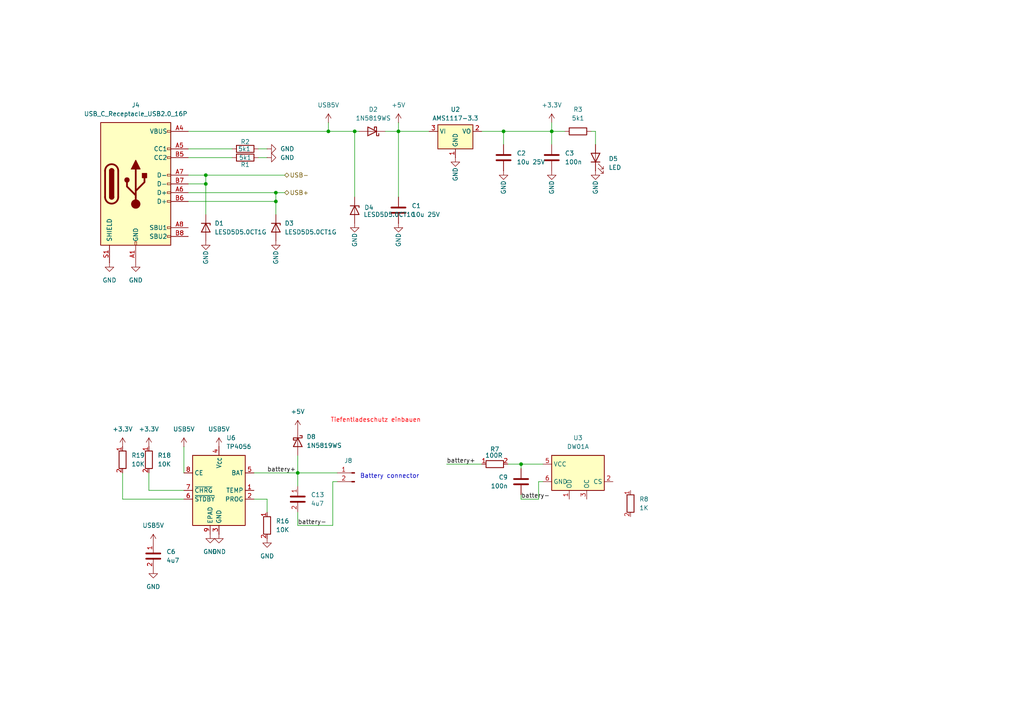
<source format=kicad_sch>
(kicad_sch (version 20250114) (generator "eeschema") (generator_version "9.0")
  (paper "A4")
  (lib_symbols
    (symbol "Battery_Management:DW01A"
      (property "Reference" "U" (at -6.604 6.35 0))
      (property "Value" "DW01A" (at 4.318 6.604 0))
      (symbol "DW01A_0_1"
        (pin power_in line (at -10.16 2.54 0) (length 2.54) (name "VCC") (number "5"))
        (pin power_in line (at -10.16 -2.54 0) (length 2.54) (name "GND") (number "6"))
        (pin output line (at -2.54 -7.62 90) (length 2.54) (name "OD") (number "1"))
        (pin output line (at 2.54 -7.62 90) (length 2.54) (name "OC") (number "3"))
        (pin input line (at 10.16 -2.54 180) (length 2.54) (name "CS") (number "2"))
      )
      (symbol "DW01A_1_1"
        (rectangle (start -7.62 5.08) (end 7.62 -5.08) (stroke (width 0.254)) (fill (type background)))
        (pin no_connect line (at 10.16 2.54 180) (length 2.54) (hide yes) (name "TD") (number "4"))
      )
    )
    (symbol "Battery_Management:TP4056-42-ESOP8"
      (property "Reference" "U" (at -6.604 11.684 0))
      (property "Value" "TP4056-42-ESOP8" (at 10.16 11.684 0))
      (symbol "TP4056-42-ESOP8_1_0"
        (pin input line (at -10.16 5.08 0) (length 2.54) (name "CE") (number "8"))
        (pin open_collector line (at -10.16 0 0) (length 2.54) (name "~{CHRG}") (number "7"))
        (pin open_collector line (at -10.16 -2.54 0) (length 2.54) (name "~{STDBY}") (number "6"))
        (pin passive line (at -2.54 -12.7 90) (length 2.54) (name "EPAD") (number "9"))
        (pin power_in line (at 0 12.7 270) (length 2.54) (name "V_{CC}") (number "4"))
        (pin power_in line (at 0 -12.7 90) (length 2.54) (name "GND") (number "3"))
        (pin power_out line (at 10.16 5.08 180) (length 2.54) (name "BAT") (number "5"))
        (pin input line (at 10.16 0 180) (length 2.54) (name "TEMP") (number "1"))
        (pin passive line (at 10.16 -2.54 180) (length 2.54) (name "PROG") (number "2"))
      )
      (symbol "TP4056-42-ESOP8_1_1"
        (rectangle (start -7.62 10.16) (end 7.62 -10.16) (stroke (width 0.254)) (fill (type background)))
      )
    )
    (symbol "Capacitor_E12_0603:Capacitor_820n"
      (property "Reference" "C" (at 1.016 -2.286 0))
      (property "Value" "820n" (at 1.524 2.032 0))
      (symbol "Capacitor_820n_0_1"
        (polyline (pts (xy -2.032 0.762) (xy 2.032 0.762)) (stroke (width 0.508)))
        (polyline (pts (xy -2.032 -0.762) (xy 2.032 -0.762)) (stroke (width 0.508)))
      )
      (symbol "Capacitor_820n_1_1"
        (pin passive line (at 0 3.81 270) (length 2.794) (name "~") (number "1"))
        (pin passive line (at 0 -3.81 90) (length 2.794) (name "~") (number "2"))
      )
    )
    (symbol "Connector:Conn_01x02_Pin" (pin_names (offset 1.016) (hide yes))
      (property "Reference" "J" (at 0 2.54 0))
      (property "Value" "Conn_01x02_Pin" (at 0 -5.08 0))
      (symbol "Conn_01x02_Pin_1_1"
        (rectangle (start 0.8636 0.127) (end 0 -0.127) (stroke (width 0.1524)) (fill (type outline)))
        (rectangle (start 0.8636 -2.413) (end 0 -2.667) (stroke (width 0.1524)) (fill (type outline)))
        (polyline (pts (xy 1.27 0) (xy 0.8636 0)) (stroke (width 0.1524)))
        (polyline (pts (xy 1.27 -2.54) (xy 0.8636 -2.54)) (stroke (width 0.1524)))
        (pin passive line (at 5.08 0 180) (length 3.81) (name "Pin_1") (number "1"))
        (pin passive line (at 5.08 -2.54 180) (length 3.81) (name "Pin_2") (number "2"))
      )
    )
    (symbol "Connector:USB_C_Receptacle_USB2.0_16P" (pin_names (offset 1.016))
      (property "Reference" "J" (at 0 22.225 0))
      (property "Value" "USB_C_Receptacle_USB2.0_16P" (at 0 19.685 0))
      (symbol "USB_C_Receptacle_USB2.0_16P_0_0"
        (rectangle (start -0.254 -17.78) (end 0.254 -16.764))
        (rectangle (start 10.16 15.494) (end 9.144 14.986))
        (rectangle (start 10.16 10.414) (end 9.144 9.906))
        (rectangle (start 10.16 7.874) (end 9.144 7.366))
        (rectangle (start 10.16 2.794) (end 9.144 2.286))
        (rectangle (start 10.16 0.254) (end 9.144 -0.254))
        (rectangle (start 10.16 -2.286) (end 9.144 -2.794))
        (rectangle (start 10.16 -4.826) (end 9.144 -5.334))
        (rectangle (start 10.16 -12.446) (end 9.144 -12.954))
        (rectangle (start 10.16 -14.986) (end 9.144 -15.494))
      )
      (symbol "USB_C_Receptacle_USB2.0_16P_0_1"
        (rectangle (start -10.16 17.78) (end 10.16 -17.78) (stroke (width 0.254)) (fill (type background)))
        (polyline (pts (xy -8.89 -3.81) (xy -8.89 3.81)) (stroke (width 0.508)))
        (rectangle (start -7.62 -3.81) (end -6.35 3.81) (stroke (width 0.254)) (fill (type outline)))
        (arc (start -7.62 3.81) (mid -6.985 4.4423) (end -6.35 3.81) (stroke (width 0.254)))
        (arc (start -7.62 3.81) (mid -6.985 4.4423) (end -6.35 3.81) (stroke (width 0.254)) (fill (type outline)))
        (arc (start -8.89 3.81) (mid -6.985 5.7067) (end -5.08 3.81) (stroke (width 0.508)))
        (arc (start -5.08 -3.81) (mid -6.985 -5.7067) (end -8.89 -3.81) (stroke (width 0.508)))
        (arc (start -6.35 -3.81) (mid -6.985 -4.4423) (end -7.62 -3.81) (stroke (width 0.254)))
        (arc (start -6.35 -3.81) (mid -6.985 -4.4423) (end -7.62 -3.81) (stroke (width 0.254)) (fill (type outline)))
        (polyline (pts (xy -5.08 3.81) (xy -5.08 -3.81)) (stroke (width 0.508)))
        (circle (center -2.54 1.143) (radius 0.635) (stroke (width 0.254)) (fill (type outline)))
        (polyline (pts (xy -1.27 4.318) (xy 0 6.858) (xy 1.27 4.318) (xy -1.27 4.318)) (stroke (width 0.254)) (fill (type outline)))
        (polyline (pts (xy 0 -2.032) (xy 2.54 0.508) (xy 2.54 1.778)) (stroke (width 0.508)))
        (polyline (pts (xy 0 -3.302) (xy -2.54 -0.762) (xy -2.54 0.508)) (stroke (width 0.508)))
        (polyline (pts (xy 0 -5.842) (xy 0 4.318)) (stroke (width 0.508)))
        (circle (center 0 -5.842) (radius 1.27) (fill (type outline)))
        (rectangle (start 1.905 1.778) (end 3.175 3.048) (stroke (width 0.254)) (fill (type outline)))
      )
      (symbol "USB_C_Receptacle_USB2.0_16P_1_1"
        (pin passive line (at -7.62 -22.86 90) (length 5.08) (name "SHIELD") (number "S1"))
        (pin passive line (at 0 -22.86 90) (length 5.08) (name "GND") (number "A1"))
        (pin passive line (at 0 -22.86 90) (length 5.08) (hide yes) (name "GND") (number "A12"))
        (pin passive line (at 0 -22.86 90) (length 5.08) (hide yes) (name "GND") (number "B1"))
        (pin passive line (at 0 -22.86 90) (length 5.08) (hide yes) (name "GND") (number "B12"))
        (pin passive line (at 15.24 15.24 180) (length 5.08) (name "VBUS") (number "A4"))
        (pin passive line (at 15.24 15.24 180) (length 5.08) (hide yes) (name "VBUS") (number "A9"))
        (pin passive line (at 15.24 15.24 180) (length 5.08) (hide yes) (name "VBUS") (number "B4"))
        (pin passive line (at 15.24 15.24 180) (length 5.08) (hide yes) (name "VBUS") (number "B9"))
        (pin bidirectional line (at 15.24 10.16 180) (length 5.08) (name "CC1") (number "A5"))
        (pin bidirectional line (at 15.24 7.62 180) (length 5.08) (name "CC2") (number "B5"))
        (pin bidirectional line (at 15.24 2.54 180) (length 5.08) (name "D-") (number "A7"))
        (pin bidirectional line (at 15.24 0 180) (length 5.08) (name "D-") (number "B7"))
        (pin bidirectional line (at 15.24 -2.54 180) (length 5.08) (name "D+") (number "A6"))
        (pin bidirectional line (at 15.24 -5.08 180) (length 5.08) (name "D+") (number "B6"))
        (pin bidirectional line (at 15.24 -12.7 180) (length 5.08) (name "SBU1") (number "A8"))
        (pin bidirectional line (at 15.24 -15.24 180) (length 5.08) (name "SBU2") (number "B8"))
      )
    )
    (symbol "Diode:1N5819WS" (pin_numbers (hide yes)) (pin_names (offset 1.016) (hide yes))
      (property "Reference" "D" (at 0 2.54 0))
      (property "Value" "1N5819WS" (at 0 -2.54 0))
      (symbol "1N5819WS_0_1"
        (polyline (pts (xy -1.905 0.635) (xy -1.905 1.27) (xy -1.27 1.27) (xy -1.27 -1.27) (xy -0.635 -1.27) (xy -0.635 -0.635)) (stroke (width 0.254)))
        (polyline (pts (xy 1.27 1.27) (xy 1.27 -1.27) (xy -1.27 0) (xy 1.27 1.27)) (stroke (width 0.254)))
        (polyline (pts (xy 1.27 0) (xy -1.27 0)))
      )
      (symbol "1N5819WS_1_1"
        (pin passive line (at -3.81 0 0) (length 2.54) (name "K") (number "1"))
        (pin passive line (at 3.81 0 180) (length 2.54) (name "A") (number "2"))
      )
    )
    (symbol "Diode:ESD5Zxx" (pin_numbers (hide yes)) (pin_names (hide yes))
      (property "Reference" "D" (at 0 2.54 0))
      (property "Value" "ESD5Zxx" (at 0 -2.54 0))
      (symbol "ESD5Zxx_0_1"
        (polyline (pts (xy -1.27 -1.27) (xy -1.27 1.27) (xy -0.762 1.27)) (stroke (width 0.254)))
        (polyline (pts (xy 1.27 0) (xy -1.27 0)))
        (polyline (pts (xy 1.27 -1.27) (xy 1.27 1.27) (xy -1.27 0) (xy 1.27 -1.27)) (stroke (width 0.254)))
      )
      (symbol "ESD5Zxx_1_1"
        (pin passive line (at -3.81 0 0) (length 2.54) (name "K") (number "1"))
        (pin passive line (at 3.81 0 180) (length 2.54) (name "A") (number "2"))
      )
    )
    (symbol "Regulator_Linear:AMS1117-3.3"
      (property "Reference" "U" (at -3.81 3.175 0))
      (property "Value" "AMS1117-3.3" (at 0 3.175 0))
      (symbol "AMS1117-3.3_0_1"
        (rectangle (start -5.08 -5.08) (end 5.08 1.905) (stroke (width 0.254)) (fill (type background)))
      )
      (symbol "AMS1117-3.3_1_1"
        (pin power_in line (at -7.62 0 0) (length 2.54) (name "VI") (number "3"))
        (pin power_in line (at 0 -7.62 90) (length 2.54) (name "GND") (number "1"))
        (pin power_out line (at 7.62 0 180) (length 2.54) (name "VO") (number "2"))
      )
    )
    (symbol "Resistor_E12_0603:Resistor 100R"
      (property "Reference" "R" (at 1.778 1.524 0))
      (property "Value" "100R" (at 0 0 90))
      (symbol "Resistor 100R_0_1"
        (rectangle (start -1.016 -2.54) (end 1.016 2.54) (stroke (width 0.254)))
      )
      (symbol "Resistor 100R_1_1"
        (pin passive line (at 0 3.81 270) (length 1.27) (name "~") (number "1"))
        (pin passive line (at 0 -3.81 90) (length 1.27) (name "~") (number "2"))
      )
    )
    (symbol "Resistor_E12_0603:Resistor 10K"
      (property "Reference" "R" (at 1.778 1.524 0))
      (property "Value" "10K" (at 0 0 90))
      (symbol "Resistor 10K_0_1"
        (rectangle (start -1.016 -2.54) (end 1.016 2.54) (stroke (width 0.254)))
      )
      (symbol "Resistor 10K_1_1"
        (pin passive line (at 0 3.81 270) (length 1.27) (name "~") (number "1"))
        (pin passive line (at 0 -3.81 90) (length 1.27) (name "~") (number "2"))
      )
    )
    (symbol "Resistor_E12_0603:Resistor 1K"
      (property "Reference" "R" (at 1.778 1.524 0))
      (property "Value" "1K" (at 0 0 90))
      (symbol "Resistor 1K_0_1"
        (rectangle (start -1.016 -2.54) (end 1.016 2.54) (stroke (width 0.254)))
      )
      (symbol "Resistor 1K_1_1"
        (pin passive line (at 0 3.81 270) (length 1.27) (name "~") (number "1"))
        (pin passive line (at 0 -3.81 90) (length 1.27) (name "~") (number "2"))
      )
    )
    (symbol "_PS_LIB:C_0603" (pin_numbers (hide yes)) (pin_names (offset 0.254))
      (property "Reference" "C" (at 0.635 2.54 0))
      (property "Value" "C_0603" (at 0.635 -2.54 0))
      (symbol "C_0603_0_1"
        (polyline (pts (xy -2.032 0.762) (xy 2.032 0.762)) (stroke (width 0.508)))
        (polyline (pts (xy -2.032 -0.762) (xy 2.032 -0.762)) (stroke (width 0.508)))
      )
      (symbol "C_0603_1_1"
        (pin passive line (at 0 3.81 270) (length 2.794) (name "~") (number "1"))
        (pin passive line (at 0 -3.81 90) (length 2.794) (name "~") (number "2"))
      )
    )
    (symbol "_PS_LIB:LED" (pin_numbers (hide yes)) (pin_names (offset 1.016) (hide yes))
      (property "Reference" "D" (at 0 2.54 0))
      (property "Value" "LED" (at 0 -2.54 0))
      (symbol "LED_0_1"
        (polyline (pts (xy -3.048 -0.762) (xy -4.572 -2.286) (xy -3.81 -2.286) (xy -4.572 -2.286) (xy -4.572 -1.524)))
        (polyline (pts (xy -1.778 -0.762) (xy -3.302 -2.286) (xy -2.54 -2.286) (xy -3.302 -2.286) (xy -3.302 -1.524)))
        (polyline (pts (xy -1.27 0) (xy 1.27 0)))
        (polyline (pts (xy -1.27 -1.27) (xy -1.27 1.27)) (stroke (width 0.254)))
        (polyline (pts (xy 1.27 -1.27) (xy 1.27 1.27) (xy -1.27 0) (xy 1.27 -1.27)) (stroke (width 0.254)))
      )
      (symbol "LED_1_1"
        (pin passive line (at -3.81 0 0) (length 2.54) (name "K") (number "1"))
        (pin passive line (at 3.81 0 180) (length 2.54) (name "A") (number "2"))
      )
    )
    (symbol "_PS_LIB:R_0603" (pin_numbers (hide yes)) (pin_names (offset 0))
      (property "Reference" "R" (at 2.032 0 90))
      (property "Value" "R_0603" (at 0 0 90))
      (symbol "R_0603_0_1"
        (rectangle (start -1.016 -2.54) (end 1.016 2.54) (stroke (width 0.254)))
      )
      (symbol "R_0603_1_1"
        (pin passive line (at 0 3.81 270) (length 1.27) (name "~") (number "1"))
        (pin passive line (at 0 -3.81 90) (length 1.27) (name "~") (number "2"))
      )
    )
    (symbol "power:+3.3V" (power) (pin_numbers (hide yes)) (pin_names (offset 0) (hide yes))
      (property "Value" "+3.3V" (at 0 3.556 0))
      (symbol "+3.3V_0_1"
        (polyline (pts (xy -0.762 1.27) (xy 0 2.54)))
        (polyline (pts (xy 0 2.54) (xy 0.762 1.27)))
        (polyline (pts (xy 0 0) (xy 0 2.54)))
      )
      (symbol "+3.3V_1_1"
        (pin power_in line (at 0 0 90) (length 0) (name "~") (number "1"))
      )
    )
    (symbol "power:+5V" (power) (pin_numbers (hide yes)) (pin_names (offset 0) (hide yes))
      (property "Value" "+5V" (at 0 3.556 0))
      (symbol "+5V_0_1"
        (polyline (pts (xy -0.762 1.27) (xy 0 2.54)))
        (polyline (pts (xy 0 2.54) (xy 0.762 1.27)))
        (polyline (pts (xy 0 0) (xy 0 2.54)))
      )
      (symbol "+5V_1_1"
        (pin power_in line (at 0 0 90) (length 0) (name "~") (number "1"))
      )
    )
    (symbol "power:GND" (power) (pin_numbers (hide yes)) (pin_names (offset 0) (hide yes))
      (property "Value" "GND" (at 0 -3.81 0))
      (symbol "GND_0_1"
        (polyline (pts (xy 0 0) (xy 0 -1.27) (xy 1.27 -1.27) (xy 0 -2.54) (xy -1.27 -1.27) (xy 0 -1.27)))
      )
      (symbol "GND_1_1"
        (pin power_in line (at 0 0 270) (length 0) (name "~") (number "1"))
      )
    )
  )
  (text "Battery connector" (at 113.03 138.176 0) (effects (font (size 1.27 1.27))))
  (text "Tiefentladeschutz einbauen" (at 108.966 121.92 0) (effects (font (size 1.27 1.27))))
  (junction (at 102.87 38.1))
  (junction (at 80.01 55.88))
  (junction (at 59.69 50.8))
  (junction (at 59.69 53.34))
  (junction (at 160.02 38.1))
  (junction (at 151.13 134.62))
  (junction (at 80.01 58.42))
  (junction (at 95.25 38.1))
  (junction (at 146.05 38.1))
  (junction (at 86.36 137.16))
  (junction (at 115.57 38.1))
  (wire (pts (xy 54.61 58.42) (xy 80.01 58.42)))
  (wire (pts (xy 35.56 144.78) (xy 53.34 144.78)))
  (wire (pts (xy 80.01 58.42) (xy 80.01 62.23)))
  (wire (pts (xy 67.31 43.18) (xy 54.61 43.18)))
  (wire (pts (xy 115.57 38.1) (xy 124.46 38.1)))
  (wire (pts (xy 86.36 152.4) (xy 86.36 148.59)))
  (wire (pts (xy 86.36 132.08) (xy 86.36 137.16)))
  (wire (pts (xy 80.01 55.88) (xy 80.01 58.42)))
  (wire (pts (xy 86.36 137.16) (xy 97.79 137.16)))
  (wire (pts (xy 151.13 143.51) (xy 151.13 144.78)))
  (wire (pts (xy 151.13 134.62) (xy 151.13 135.89)))
  (wire (pts (xy 35.56 137.16) (xy 35.56 144.78)))
  (wire (pts (xy 74.93 45.72) (xy 77.47 45.72)))
  (wire (pts (xy 115.57 38.1) (xy 115.57 57.15)))
  (wire (pts (xy 96.52 152.4) (xy 86.36 152.4)))
  (wire (pts (xy 43.18 137.16) (xy 43.18 142.24)))
  (wire (pts (xy 54.61 50.8) (xy 59.69 50.8)))
  (wire (pts (xy 156.21 139.7) (xy 156.21 144.78)))
  (wire (pts (xy 151.13 134.62) (xy 157.48 134.62)))
  (wire (pts (xy 146.05 38.1) (xy 146.05 41.91)))
  (wire (pts (xy 43.18 142.24) (xy 53.34 142.24)))
  (wire (pts (xy 77.47 148.59) (xy 77.47 144.78)))
  (wire (pts (xy 53.34 129.54) (xy 53.34 137.16)))
  (wire (pts (xy 147.32 134.62) (xy 151.13 134.62)))
  (wire (pts (xy 54.61 38.1) (xy 95.25 38.1)))
  (wire (pts (xy 96.52 139.7) (xy 97.79 139.7)))
  (wire (pts (xy 86.36 140.97) (xy 86.36 137.16)))
  (wire (pts (xy 171.45 38.1) (xy 172.72 38.1)))
  (wire (pts (xy 95.25 38.1) (xy 102.87 38.1)))
  (wire (pts (xy 172.72 38.1) (xy 172.72 41.91)))
  (wire (pts (xy 160.02 38.1) (xy 163.83 38.1)))
  (wire (pts (xy 77.47 144.78) (xy 73.66 144.78)))
  (wire (pts (xy 67.31 45.72) (xy 54.61 45.72)))
  (wire (pts (xy 160.02 38.1) (xy 160.02 41.91)))
  (wire (pts (xy 102.87 38.1) (xy 102.87 57.15)))
  (wire (pts (xy 104.14 38.1) (xy 102.87 38.1)))
  (wire (pts (xy 139.7 38.1) (xy 146.05 38.1)))
  (wire (pts (xy 156.21 144.78) (xy 151.13 144.78)))
  (wire (pts (xy 59.69 50.8) (xy 82.55 50.8)))
  (wire (pts (xy 96.52 139.7) (xy 96.52 152.4)))
  (wire (pts (xy 73.66 137.16) (xy 86.36 137.16)))
  (wire (pts (xy 146.05 38.1) (xy 160.02 38.1)))
  (wire (pts (xy 115.57 38.1) (xy 111.76 38.1)))
  (wire (pts (xy 95.25 35.56) (xy 95.25 38.1)))
  (wire (pts (xy 156.21 139.7) (xy 157.48 139.7)))
  (wire (pts (xy 59.69 50.8) (xy 59.69 53.34)))
  (wire (pts (xy 129.54 134.62) (xy 139.7 134.62)))
  (wire (pts (xy 54.61 55.88) (xy 80.01 55.88)))
  (wire (pts (xy 160.02 38.1) (xy 160.02 35.56)))
  (wire (pts (xy 80.01 55.88) (xy 82.55 55.88)))
  (wire (pts (xy 59.69 53.34) (xy 59.69 62.23)))
  (wire (pts (xy 54.61 53.34) (xy 59.69 53.34)))
  (wire (pts (xy 115.57 35.56) (xy 115.57 38.1)))
  (wire (pts (xy 74.93 43.18) (xy 77.47 43.18)))
  (label "battery-" (at 86.36 152.4 0))
  (label "battery+" (at 129.54 134.62 0))
  (label "battery-" (at 151.13 144.78 0))
  (label "battery+" (at 77.47 137.16 0))
  (hierarchical_label "USB+" (shape bidirectional) (at 82.55 55.88 0))
  (hierarchical_label "USB-" (shape bidirectional) (at 82.55 50.8 0))
  (symbol (lib_id "power:GND") (at 132.08 45.72 0) (unit 1)
    (property "Reference" "#PWR011" (effects (hide yes)))
    (property "Value" "GND" (at 132.08 48.514 90) (effects (justify right)))
    (property "Description" "Power symbol creates a global label with name \"GND\" , ground" (effects (hide yes)))
  )
  (symbol (lib_id "power:GND") (at 172.72 49.53 0) (unit 1)
    (property "Reference" "#PWR014" (effects (hide yes)))
    (property "Value" "GND" (at 172.72 52.324 90) (effects (justify right)))
    (property "Description" "Power symbol creates a global label with name \"GND\" , ground" (effects (hide yes)))
  )
  (symbol (lib_id "power:+5V") (at 95.25 35.56 0) (unit 1)
    (property "Reference" "#PWR062" (effects (hide yes)))
    (property "Value" "USB5V" (at 95.25 30.48 0))
    (property "Description" "Power symbol creates a global label with name \"+5V\"" (effects (hide yes)))
  )
  (symbol (lib_id "_PS_LIB:C_0603") (at 151.13 139.7 0) (unit 1)
    (property "Reference" "C9" (at 147.32 138.4299 0) (effects (justify right)))
    (property "Value" "100n" (at 147.32 140.9699 0) (effects (justify right)))
    (property "Footprint" "Capacitor_SMD:C_0603_1608Metric" (effects (hide yes)))
    (property "Description" "Unpolarized capacitor" (effects (hide yes)))
  )
  (symbol (lib_id "power:+5V") (at 86.36 124.46 0) (unit 1)
    (property "Reference" "#PWR063" (effects (hide yes)))
    (property "Value" "+5V" (at 86.36 119.38 0))
    (property "Description" "Power symbol creates a global label with name \"+5V\"" (effects (hide yes)))
  )
  (symbol (lib_id "Connector:USB_C_Receptacle_USB2.0_16P") (at 39.37 53.34 0) (unit 1)
    (property "Reference" "J4" (at 39.37 30.48 0))
    (property "Value" "USB_C_Receptacle_USB2.0_16P" (at 39.37 33.02 0))
    (property "Footprint" "Connector_USB:USB_C_Receptacle_GCT_USB4105-xx-A_16P_TopMnt_Horizontal" (effects (hide yes)))
    (property "Datasheet" "https://www.usb.org/sites/default/files/documents/usb_type-c.zip" (effects (hide yes)))
    (property "Description" "USB 2.0-only 16P Type-C Receptacle connector" (effects (hide yes)))
  )
  (symbol (lib_id "power:+3.3V") (at 160.02 35.56 0) (unit 1)
    (property "Reference" "#PWR03" (effects (hide yes)))
    (property "Value" "+3.3V" (at 160.02 30.48 0))
    (property "Description" "Power symbol creates a global label with name \"+3.3V\"" (effects (hide yes)))
  )
  (symbol (lib_id "Regulator_Linear:AMS1117-3.3") (at 132.08 38.1 0) (unit 1)
    (property "Reference" "U2" (at 132.08 31.75 0))
    (property "Value" "AMS1117-3.3" (at 132.08 34.29 0))
    (property "Footprint" "Package_TO_SOT_SMD:SOT-223-3_TabPin2" (effects (hide yes)))
    (property "Datasheet" "http://www.advanced-monolithic.com/pdf/ds1117.pdf" (effects (hide yes)))
    (property "Description" "1A Low Dropout regulator, positive, 3.3V fixed output, SOT-223" (effects (hide yes)))
  )
  (symbol (lib_id "Battery_Management:TP4056-42-ESOP8") (at 63.5 142.24 0) (unit 1)
    (property "Reference" "U6" (at 65.6433 127 0) (effects (justify left)))
    (property "Value" "TP4056" (at 65.6433 129.54 0) (effects (justify left)))
    (property "Footprint" "Package_SO:SOIC-8-1EP_3.9x4.9mm_P1.27mm_EP2.41x3.3mm_ThermalVias" (effects (hide yes)))
    (property "Datasheet" "https://www.lcsc.com/datasheet/lcsc_datasheet_2410121619_TOPPOWER-Nanjing-Extension-Microelectronics-TP4056-42-ESOP8_C16581.pdf" (effects (hide yes)))
    (property "Description" "1A Standalone Linear Li-ion/LiPo single-cell battery charger, 4.2V ±1% charge voltage, VCC = 4.0..8.0V, SOIC-8 (SOP-8)" (effects (hide yes)))
    (property "LCSC" "C725790" (effects (hide yes)))
  )
  (symbol (lib_id "power:GND") (at 77.47 45.72 90) (unit 1)
    (property "Reference" "#PWR035" (effects (hide yes)))
    (property "Value" "GND" (at 81.28 45.7199 90) (effects (justify right)))
    (property "Description" "Power symbol creates a global label with name \"GND\" , ground" (effects (hide yes)))
  )
  (symbol (lib_id "power:GND") (at 102.87 64.77 0) (unit 1)
    (property "Reference" "#PWR09" (effects (hide yes)))
    (property "Value" "GND" (at 102.87 67.564 90) (effects (justify right)))
    (property "Description" "Power symbol creates a global label with name \"GND\" , ground" (effects (hide yes)))
  )
  (symbol (lib_id "power:GND") (at 160.02 49.53 0) (unit 1)
    (property "Reference" "#PWR013" (effects (hide yes)))
    (property "Value" "GND" (at 160.02 52.324 90) (effects (justify right)))
    (property "Description" "Power symbol creates a global label with name \"GND\" , ground" (effects (hide yes)))
  )
  (symbol (lib_id "power:+5V") (at 115.57 35.56 0) (unit 1)
    (property "Reference" "#PWR02" (effects (hide yes)))
    (property "Value" "+5V" (at 115.57 30.48 0))
    (property "Description" "Power symbol creates a global label with name \"+5V\"" (effects (hide yes)))
  )
  (symbol (lib_id "Connector:Conn_01x02_Pin") (at 102.87 137.16 0) (mirror y) (unit 1)
    (property "Reference" "J8" (at 99.822 133.604 0) (effects (justify right)))
    (property "Value" "Conn_01x02_Pin" (effects (hide yes)))
    (property "Footprint" "TerminalBlock_Phoenix:TerminalBlock_Phoenix_MKDS-1-2-3.81_1x02_P3.81mm_Horizontal" (effects (hide yes)))
    (property "Description" "Generic connector, single row, 01x02, script generated" (effects (hide yes)))
  )
  (symbol (lib_id "power:+5V") (at 44.45 157.48 0) (unit 1)
    (property "Reference" "#PWR05" (effects (hide yes)))
    (property "Value" "USB5V" (at 44.45 152.4 0))
    (property "Description" "Power symbol creates a global label with name \"+5V\"" (effects (hide yes)))
  )
  (symbol (lib_id "Resistor_E12_0603:Resistor 10K") (at 35.56 133.35 0) (unit 1)
    (property "Reference" "R19" (at 38.1 132.0799 0) (effects (justify left)))
    (property "Value" "10K" (at 38.1 134.6199 0) (effects (justify left)))
    (property "Footprint" "Resistor_SMD:R_0603_1608Metric" (effects (hide yes)))
    (property "Description" "Widerstand 0603" (effects (hide yes)))
    (property "LCSC" "C25804" (effects (hide yes)))
  )
  (symbol (lib_id "_PS_LIB:C_0603") (at 160.02 45.72 0) (unit 1)
    (property "Reference" "C3" (at 163.83 44.4499 0) (effects (justify left)))
    (property "Value" "100n" (at 163.83 46.9899 0) (effects (justify left)))
    (property "Footprint" "Capacitor_SMD:C_0603_1608Metric" (effects (hide yes)))
    (property "Description" "Unpolarized capacitor" (effects (hide yes)))
  )
  (symbol (lib_id "power:GND") (at 80.01 69.85 0) (unit 1)
    (property "Reference" "#PWR037" (effects (hide yes)))
    (property "Value" "GND" (at 80.01 72.644 90) (effects (justify right)))
    (property "Description" "Power symbol creates a global label with name \"GND\" , ground" (effects (hide yes)))
  )
  (symbol (lib_id "Diode:1N5819WS") (at 107.95 38.1 180) (unit 1)
    (property "Reference" "D2" (at 108.2675 31.75 0))
    (property "Value" "1N5819WS" (at 108.2675 34.29 0))
    (property "Footprint" "Diode_SMD:D_SOD-323" (effects (hide yes)))
    (property "Datasheet" "https://datasheet.lcsc.com/lcsc/2204281430_Guangdong-Hottech-1N5819WS_C191023.pdf" (effects (hide yes)))
    (property "Description" "40V 600mV@1A 1A SOD-323 Schottky Barrier Diodes, SOD-323" (effects (hide yes)))
  )
  (symbol (lib_id "Diode:1N5819WS") (at 86.36 128.27 270) (unit 1)
    (property "Reference" "D8" (at 88.9 126.6824 90) (effects (justify left)))
    (property "Value" "1N5819WS" (at 88.9 129.2224 90) (effects (justify left)))
    (property "Footprint" "Diode_SMD:D_SOD-323" (effects (hide yes)))
    (property "Datasheet" "https://datasheet.lcsc.com/lcsc/2204281430_Guangdong-Hottech-1N5819WS_C191023.pdf" (effects (hide yes)))
    (property "Description" "40V 600mV@1A 1A SOD-323 Schottky Barrier Diodes, SOD-323" (effects (hide yes)))
  )
  (symbol (lib_id "power:GND") (at 115.57 64.77 0) (unit 1)
    (property "Reference" "#PWR010" (effects (hide yes)))
    (property "Value" "GND" (at 115.57 67.564 90) (effects (justify right)))
    (property "Description" "Power symbol creates a global label with name \"GND\" , ground" (effects (hide yes)))
  )
  (symbol (lib_id "power:GND") (at 60.96 154.94 0) (unit 1)
    (property "Reference" "#PWR057" (effects (hide yes)))
    (property "Value" "GND" (at 60.96 160.02 0))
    (property "Description" "Power symbol creates a global label with name \"GND\" , ground" (effects (hide yes)))
  )
  (symbol (lib_id "power:GND") (at 31.75 76.2 0) (unit 1)
    (property "Reference" "#PWR033" (effects (hide yes)))
    (property "Value" "GND" (at 31.75 81.28 0))
    (property "Description" "Power symbol creates a global label with name \"GND\" , ground" (effects (hide yes)))
  )
  (symbol (lib_id "Diode:ESD5Zxx") (at 80.01 66.04 270) (unit 1)
    (property "Reference" "D3" (at 82.55 64.7699 90) (effects (justify left)))
    (property "Value" "LESD5D5.0CT1G" (at 82.55 67.3099 90) (effects (justify left)))
    (property "Footprint" "Diode_SMD:D_SOD-523" (effects (hide yes)))
    (property "Description" "ESD Protection Diode, SOD-523" (effects (hide yes)))
  )
  (symbol (lib_id "_PS_LIB:R_0603") (at 71.12 45.72 90) (unit 1)
    (property "Reference" "R1" (at 71.12 47.752 90))
    (property "Value" "5k1" (at 71.12 45.72 90))
    (property "Footprint" "Resistor_SMD:R_0603_1608Metric" (effects (hide yes)))
    (property "Description" "Resistor" (effects (hide yes)))
  )
  (symbol (lib_id "_PS_LIB:R_0603") (at 71.12 43.18 90) (unit 1)
    (property "Reference" "R2" (at 71.12 41.148 90))
    (property "Value" "5k1" (at 70.866 43.18 90))
    (property "Footprint" "Resistor_SMD:R_0603_1608Metric" (effects (hide yes)))
    (property "Description" "Resistor" (effects (hide yes)))
  )
  (symbol (lib_id "Capacitor_E12_0603:Capacitor_820n") (at 44.45 161.29 0) (unit 1)
    (property "Reference" "C6" (at 48.26 160.0199 0) (effects (justify left)))
    (property "Value" "4u7" (at 48.26 162.5599 0) (effects (justify left)))
    (property "Footprint" "Capacitor_SMD:C_0603_1608Metric" (effects (hide yes)))
    (property "Description" "Capacitor 0603 50V" (effects (hide yes)))
  )
  (symbol (lib_id "Battery_Management:DW01A") (at 167.64 137.16 0) (unit 1)
    (property "Reference" "U3" (at 167.64 127 0))
    (property "Value" "DW01A" (at 167.64 129.54 0))
    (property "Footprint" "Package_TO_SOT_SMD:SOT-23-6" (effects (hide yes)))
    (property "Datasheet" "https://hmsemi.com/downfile/DW01A.PDF" (effects (hide yes)))
    (property "Description" "Overcharge, overcurrent and overdischarge protection IC for single cell lithium-ion/polymer battery" (effects (hide yes)))
  )
  (symbol (lib_id "power:+3.3V") (at 43.18 129.54 0) (unit 1)
    (property "Reference" "#PWR059" (effects (hide yes)))
    (property "Value" "+3.3V" (at 43.18 124.46 0))
    (property "Description" "Power symbol creates a global label with name \"+3.3V\"" (effects (hide yes)))
  )
  (symbol (lib_id "Resistor_E12_0603:Resistor 100R") (at 143.51 134.62 90) (unit 1)
    (property "Reference" "R7" (at 143.51 130.302 90))
    (property "Value" "100R" (at 143.256 132.08 90))
    (property "Footprint" "Resistor_SMD:R_0603_1608Metric" (effects (hide yes)))
    (property "Description" "Widerstand 0603" (effects (hide yes)))
    (property "LCSC" "C22775" (effects (hide yes)))
  )
  (symbol (lib_id "power:GND") (at 59.69 69.85 0) (unit 1)
    (property "Reference" "#PWR036" (effects (hide yes)))
    (property "Value" "GND" (at 59.69 72.644 90) (effects (justify right)))
    (property "Description" "Power symbol creates a global label with name \"GND\" , ground" (effects (hide yes)))
  )
  (symbol (lib_id "Resistor_E12_0603:Resistor 1K") (at 182.88 146.05 0) (unit 1)
    (property "Reference" "R8" (at 185.42 144.7799 0) (effects (justify left)))
    (property "Value" "1K" (at 185.42 147.3199 0) (effects (justify left)))
    (property "Footprint" "Resistor_SMD:R_0603_1608Metric" (effects (hide yes)))
    (property "Description" "Widerstand 0603" (effects (hide yes)))
    (property "LCSC" "C21190" (effects (hide yes)))
  )
  (symbol (lib_id "power:+5V") (at 53.34 129.54 0) (unit 1)
    (property "Reference" "#PWR055" (effects (hide yes)))
    (property "Value" "USB5V" (at 53.34 124.46 0))
    (property "Description" "Power symbol creates a global label with name \"+5V\"" (effects (hide yes)))
  )
  (symbol (lib_id "_PS_LIB:R_0603") (at 167.64 38.1 90) (unit 1)
    (property "Reference" "R3" (at 167.64 31.75 90))
    (property "Value" "5k1" (at 167.64 34.29 90))
    (property "Footprint" "Resistor_SMD:R_0603_1608Metric" (effects (hide yes)))
    (property "Description" "Resistor" (effects (hide yes)))
  )
  (symbol (lib_id "Resistor_E12_0603:Resistor 10K") (at 77.47 152.4 0) (mirror y) (unit 1)
    (property "Reference" "R16" (at 80.01 151.1299 0) (effects (justify right)))
    (property "Value" "10K" (at 80.01 153.6699 0) (effects (justify right)))
    (property "Footprint" "Resistor_SMD:R_0603_1608Metric" (effects (hide yes)))
    (property "Description" "Widerstand 0603" (effects (hide yes)))
    (property "LCSC" "C25804" (effects (hide yes)))
  )
  (symbol (lib_id "_PS_LIB:LED") (at 172.72 45.72 90) (unit 1)
    (property "Reference" "D5" (at 176.53 46.0374 90) (effects (justify right)))
    (property "Value" "LED" (at 176.53 48.5774 90) (effects (justify right)))
    (property "Footprint" "LED_SMD:LED_0603_1608Metric" (effects (hide yes)))
    (property "Description" "Light emitting diode" (effects (hide yes)))
  )
  (symbol (lib_id "Capacitor_E12_0603:Capacitor_820n") (at 86.36 144.78 0) (unit 1)
    (property "Reference" "C13" (at 90.17 143.5099 0) (effects (justify left)))
    (property "Value" "4u7" (at 90.17 146.0499 0) (effects (justify left)))
    (property "Footprint" "Capacitor_SMD:C_0603_1608Metric" (effects (hide yes)))
    (property "Description" "Capacitor 0603 50V" (effects (hide yes)))
  )
  (symbol (lib_id "power:+5V") (at 63.5 129.54 0) (unit 1)
    (property "Reference" "#PWR061" (effects (hide yes)))
    (property "Value" "USB5V" (at 63.5 124.46 0))
    (property "Description" "Power symbol creates a global label with name \"+5V\"" (effects (hide yes)))
  )
  (symbol (lib_id "Diode:ESD5Zxx") (at 102.87 60.96 270) (unit 1)
    (property "Reference" "D4" (at 105.664 60.198 90) (effects (justify left)))
    (property "Value" "LESD5D5.0CT1G" (at 105.41 62.2299 90) (effects (justify left)))
    (property "Footprint" "Diode_SMD:D_SOD-523" (effects (hide yes)))
    (property "Description" "ESD Protection Diode, SOD-523" (effects (hide yes)))
  )
  (symbol (lib_id "power:GND") (at 44.45 165.1 0) (unit 1)
    (property "Reference" "#PWR06" (effects (hide yes)))
    (property "Value" "GND" (at 44.45 170.18 0))
    (property "Description" "Power symbol creates a global label with name \"GND\" , ground" (effects (hide yes)))
  )
  (symbol (lib_id "power:GND") (at 77.47 43.18 90) (unit 1)
    (property "Reference" "#PWR034" (effects (hide yes)))
    (property "Value" "GND" (at 81.28 43.1799 90) (effects (justify right)))
    (property "Description" "Power symbol creates a global label with name \"GND\" , ground" (effects (hide yes)))
  )
  (symbol (lib_id "power:GND") (at 63.5 154.94 0) (unit 1)
    (property "Reference" "#PWR056" (effects (hide yes)))
    (property "Value" "GND" (at 63.5 160.02 0))
    (property "Description" "Power symbol creates a global label with name \"GND\" , ground" (effects (hide yes)))
  )
  (symbol (lib_id "power:GND") (at 39.37 76.2 0) (unit 1)
    (property "Reference" "#PWR032" (effects (hide yes)))
    (property "Value" "GND" (at 39.37 81.28 0))
    (property "Description" "Power symbol creates a global label with name \"GND\" , ground" (effects (hide yes)))
  )
  (symbol (lib_id "Resistor_E12_0603:Resistor 10K") (at 43.18 133.35 0) (unit 1)
    (property "Reference" "R18" (at 45.72 132.0799 0) (effects (justify left)))
    (property "Value" "10K" (at 45.72 134.6199 0) (effects (justify left)))
    (property "Footprint" "Resistor_SMD:R_0603_1608Metric" (effects (hide yes)))
    (property "Description" "Widerstand 0603" (effects (hide yes)))
    (property "LCSC" "C25804" (effects (hide yes)))
  )
  (symbol (lib_id "power:GND") (at 146.05 49.53 0) (unit 1)
    (property "Reference" "#PWR012" (effects (hide yes)))
    (property "Value" "GND" (at 146.05 52.324 90) (effects (justify right)))
    (property "Description" "Power symbol creates a global label with name \"GND\" , ground" (effects (hide yes)))
  )
  (symbol (lib_id "_PS_LIB:C_0603") (at 146.05 45.72 0) (unit 1)
    (property "Reference" "C2" (at 149.86 44.4499 0) (effects (justify left)))
    (property "Value" "10u 25V" (at 149.86 46.9899 0) (effects (justify left)))
    (property "Footprint" "Capacitor_SMD:C_0603_1608Metric" (effects (hide yes)))
    (property "Description" "Unpolarized capacitor" (effects (hide yes)))
  )
  (symbol (lib_id "Diode:ESD5Zxx") (at 59.69 66.04 270) (unit 1)
    (property "Reference" "D1" (at 62.23 64.7699 90) (effects (justify left)))
    (property "Value" "LESD5D5.0CT1G" (at 62.23 67.3099 90) (effects (justify left)))
    (property "Footprint" "Diode_SMD:D_SOD-523" (effects (hide yes)))
    (property "Description" "ESD Protection Diode, SOD-523" (effects (hide yes)))
  )
  (symbol (lib_id "_PS_LIB:C_0603") (at 115.57 60.96 0) (unit 1)
    (property "Reference" "C1" (at 119.38 59.6899 0) (effects (justify left)))
    (property "Value" "10u 25V" (at 119.38 62.2299 0) (effects (justify left)))
    (property "Footprint" "Capacitor_SMD:C_0603_1608Metric" (effects (hide yes)))
    (property "Description" "Unpolarized capacitor" (effects (hide yes)))
  )
  (symbol (lib_id "power:GND") (at 77.47 156.21 0) (mirror y) (unit 1)
    (property "Reference" "#PWR058" (effects (hide yes)))
    (property "Value" "GND" (at 77.47 161.29 0))
    (property "Description" "Power symbol creates a global label with name \"GND\" , ground" (effects (hide yes)))
  )
  (symbol (lib_id "power:+3.3V") (at 35.56 129.54 0) (unit 1)
    (property "Reference" "#PWR060" (effects (hide yes)))
    (property "Value" "+3.3V" (at 35.56 124.46 0))
    (property "Description" "Power symbol creates a global label with name \"+3.3V\"" (effects (hide yes)))
  )
)
</source>
